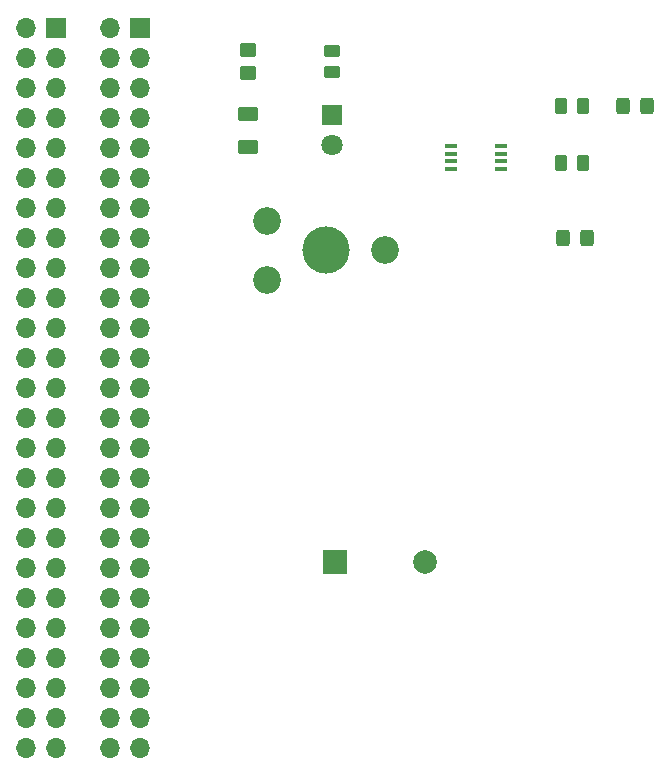
<source format=gbr>
%TF.GenerationSoftware,KiCad,Pcbnew,7.0.1*%
%TF.CreationDate,2023-06-06T22:13:03-06:00*%
%TF.ProjectId,CarSensor,43617253-656e-4736-9f72-2e6b69636164,rev?*%
%TF.SameCoordinates,Original*%
%TF.FileFunction,Soldermask,Top*%
%TF.FilePolarity,Negative*%
%FSLAX46Y46*%
G04 Gerber Fmt 4.6, Leading zero omitted, Abs format (unit mm)*
G04 Created by KiCad (PCBNEW 7.0.1) date 2023-06-06 22:13:03*
%MOMM*%
%LPD*%
G01*
G04 APERTURE LIST*
G04 Aperture macros list*
%AMRoundRect*
0 Rectangle with rounded corners*
0 $1 Rounding radius*
0 $2 $3 $4 $5 $6 $7 $8 $9 X,Y pos of 4 corners*
0 Add a 4 corners polygon primitive as box body*
4,1,4,$2,$3,$4,$5,$6,$7,$8,$9,$2,$3,0*
0 Add four circle primitives for the rounded corners*
1,1,$1+$1,$2,$3*
1,1,$1+$1,$4,$5*
1,1,$1+$1,$6,$7*
1,1,$1+$1,$8,$9*
0 Add four rect primitives between the rounded corners*
20,1,$1+$1,$2,$3,$4,$5,0*
20,1,$1+$1,$4,$5,$6,$7,0*
20,1,$1+$1,$6,$7,$8,$9,0*
20,1,$1+$1,$8,$9,$2,$3,0*%
G04 Aperture macros list end*
%ADD10R,1.100000X0.400000*%
%ADD11C,2.340000*%
%ADD12C,4.000000*%
%ADD13RoundRect,0.250000X-0.262500X-0.450000X0.262500X-0.450000X0.262500X0.450000X-0.262500X0.450000X0*%
%ADD14RoundRect,0.250000X-0.450000X0.262500X-0.450000X-0.262500X0.450000X-0.262500X0.450000X0.262500X0*%
%ADD15RoundRect,0.250000X-0.450000X0.350000X-0.450000X-0.350000X0.450000X-0.350000X0.450000X0.350000X0*%
%ADD16R,1.700000X1.700000*%
%ADD17O,1.700000X1.700000*%
%ADD18RoundRect,0.250000X0.325000X0.450000X-0.325000X0.450000X-0.325000X-0.450000X0.325000X-0.450000X0*%
%ADD19RoundRect,0.250000X-0.325000X-0.450000X0.325000X-0.450000X0.325000X0.450000X-0.325000X0.450000X0*%
%ADD20C,1.800000*%
%ADD21R,1.800000X1.800000*%
%ADD22RoundRect,0.250000X0.625000X-0.375000X0.625000X0.375000X-0.625000X0.375000X-0.625000X-0.375000X0*%
%ADD23R,2.000000X2.000000*%
%ADD24C,2.000000*%
G04 APERTURE END LIST*
D10*
%TO.C,U1*%
X133468000Y-61255000D03*
X133468000Y-61905000D03*
X133468000Y-62555000D03*
X133468000Y-63205000D03*
X129168000Y-63205000D03*
X129168000Y-62555000D03*
X129168000Y-61905000D03*
X129168000Y-61255000D03*
%TD*%
D11*
%TO.C,RV1*%
X113618000Y-67579000D03*
X123618000Y-70079000D03*
X113618000Y-72579000D03*
D12*
X118618000Y-70079000D03*
%TD*%
D13*
%TO.C,R4*%
X140358500Y-57912000D03*
X138533500Y-57912000D03*
%TD*%
%TO.C,R3*%
X140358500Y-62738000D03*
X138533500Y-62738000D03*
%TD*%
D14*
%TO.C,R2*%
X119126000Y-55014500D03*
X119126000Y-53189500D03*
%TD*%
D15*
%TO.C,R1*%
X112014000Y-55102000D03*
X112014000Y-53102000D03*
%TD*%
D16*
%TO.C,P2*%
X95758000Y-51308000D03*
D17*
X93218000Y-51308000D03*
X95758000Y-53848000D03*
X93218000Y-53848000D03*
X95758000Y-56388000D03*
X93218000Y-56388000D03*
X95758000Y-58928000D03*
X93218000Y-58928000D03*
X95758000Y-61468000D03*
X93218000Y-61468000D03*
X95758000Y-64008000D03*
X93218000Y-64008000D03*
X95758000Y-66548000D03*
X93218000Y-66548000D03*
X95758000Y-69088000D03*
X93218000Y-69088000D03*
X95758000Y-71628000D03*
X93218000Y-71628000D03*
X95758000Y-74168000D03*
X93218000Y-74168000D03*
X95758000Y-76708000D03*
X93218000Y-76708000D03*
X95758000Y-79248000D03*
X93218000Y-79248000D03*
X95758000Y-81788000D03*
X93218000Y-81788000D03*
X95758000Y-84328000D03*
X93218000Y-84328000D03*
X95758000Y-86868000D03*
X93218000Y-86868000D03*
X95758000Y-89408000D03*
X93218000Y-89408000D03*
X95758000Y-91948000D03*
X93218000Y-91948000D03*
X95758000Y-94488000D03*
X93218000Y-94488000D03*
X95758000Y-97028000D03*
X93218000Y-97028000D03*
X95758000Y-99568000D03*
X93218000Y-99568000D03*
X95758000Y-102108000D03*
X93218000Y-102108000D03*
X95758000Y-104648000D03*
X93218000Y-104648000D03*
X95758000Y-107188000D03*
X93218000Y-107188000D03*
X95758000Y-109728000D03*
X93218000Y-109728000D03*
X95758000Y-112268000D03*
X93218000Y-112268000D03*
%TD*%
D16*
%TO.C,P1*%
X102870000Y-51308000D03*
D17*
X100330000Y-51308000D03*
X102870000Y-53848000D03*
X100330000Y-53848000D03*
X102870000Y-56388000D03*
X100330000Y-56388000D03*
X102870000Y-58928000D03*
X100330000Y-58928000D03*
X102870000Y-61468000D03*
X100330000Y-61468000D03*
X102870000Y-64008000D03*
X100330000Y-64008000D03*
X102870000Y-66548000D03*
X100330000Y-66548000D03*
X102870000Y-69088000D03*
X100330000Y-69088000D03*
X102870000Y-71628000D03*
X100330000Y-71628000D03*
X102870000Y-74168000D03*
X100330000Y-74168000D03*
X102870000Y-76708000D03*
X100330000Y-76708000D03*
X102870000Y-79248000D03*
X100330000Y-79248000D03*
X102870000Y-81788000D03*
X100330000Y-81788000D03*
X102870000Y-84328000D03*
X100330000Y-84328000D03*
X102870000Y-86868000D03*
X100330000Y-86868000D03*
X102870000Y-89408000D03*
X100330000Y-89408000D03*
X102870000Y-91948000D03*
X100330000Y-91948000D03*
X102870000Y-94488000D03*
X100330000Y-94488000D03*
X102870000Y-97028000D03*
X100330000Y-97028000D03*
X102870000Y-99568000D03*
X100330000Y-99568000D03*
X102870000Y-102108000D03*
X100330000Y-102108000D03*
X102870000Y-104648000D03*
X100330000Y-104648000D03*
X102870000Y-107188000D03*
X100330000Y-107188000D03*
X102870000Y-109728000D03*
X100330000Y-109728000D03*
X102870000Y-112268000D03*
X100330000Y-112268000D03*
%TD*%
D18*
%TO.C,D4*%
X145805000Y-57912000D03*
X143755000Y-57912000D03*
%TD*%
D19*
%TO.C,D3*%
X140725000Y-69088000D03*
X138675000Y-69088000D03*
%TD*%
D20*
%TO.C,D2*%
X119126000Y-61214000D03*
D21*
X119126000Y-58674000D03*
%TD*%
D22*
%TO.C,D1*%
X112014000Y-58544000D03*
X112014000Y-61344000D03*
%TD*%
D23*
%TO.C,BZ1*%
X119390000Y-96520000D03*
D24*
X126990000Y-96520000D03*
%TD*%
M02*

</source>
